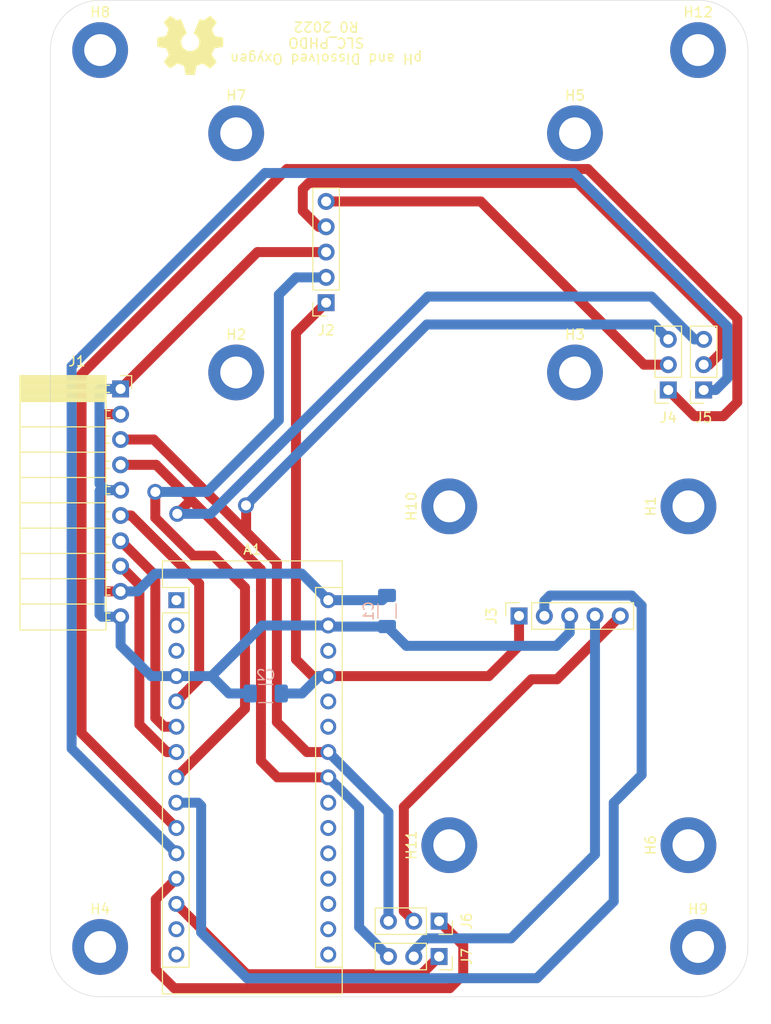
<source format=kicad_pcb>
(kicad_pcb (version 20211014) (generator pcbnew)
  (layers (0 "F.Cu" signal) (31 "B.Cu" signal) (34 "B.Paste" user) (35 "F.Paste" user) (36 "B.SilkS" user "B.Silkscreen") (37 "F.SilkS" user "F.Silkscreen") (38 "B.Mask" user) (39 "F.Mask" user) (44 "Edge.Cuts" user))
  (net 0 "")
  (net 4 "GND")
  (net 5 "/E_STOP")
  (net 6 "/INT")
  (net 7 "/SYNC")
  (net 8 "/RX1")
  (net 9 "/TX1")
  (net 10 "/RX2")
  (net 11 "/TX2")
  (net 21 "/I2C_DAT")
  (net 22 "/I2C_CLK")
  (net 25 "+5V")
  (net 27 "+12V")
  (net 28 "/OFFO2")
  (net 29 "/OFFpH")
  (net 30 "/TX1{slash}SDA")
  (net 31 "/RX1{slash}SCL")
  (net 32 "/TX2{slash}SDA")
  (net 33 "/RX2{slash}SCL")
  (footprint "Connector_PinSocket_2.54mm:PinSocket_1x03_P2.54mm_Vertical" (layer "F.Cu") (at 134.475 136.425 -90)
    (fp_text reference "J7" (at 0 -2.77 90) (layer "F.SilkS"))
    (fp_text value "Conn_01x03_Male")
    (fp_line (start 0 -1.33) (end 1.33 -1.33) (layer "F.SilkS") (width 0.12))
    (fp_line (start -1.33 1.27) (end 1.33 1.27) (layer "F.SilkS") (width 0.12))
    (fp_line (start -1.33 6.41) (end 1.33 6.41) (layer "F.SilkS") (width 0.12))
    (fp_line (start 1.33 -1.33) (end 1.33 0) (layer "F.SilkS") (width 0.12))
    (fp_line (start 1.33 1.27) (end 1.33 6.41) (layer "F.SilkS") (width 0.12))
    (fp_line (start -1.33 1.27) (end -1.33 6.41) (layer "F.SilkS") (width 0.12))
    (pad "1" thru_hole rect (at 0 0 270) (size 1.7 1.7) (drill 1) (layers *.Cu *.Mask) (net 11 "/TX2"))
    (pad "2" thru_hole oval (at 0 2.54 270) (size 1.7 1.7) (drill 1) (layers *.Cu *.Mask) (net 32 "/TX2{slash}SDA"))
    (pad "3" thru_hole oval (at 0 5.08 270) (size 1.7 1.7) (drill 1) (layers *.Cu *.Mask) (net 21 "/I2C_DAT"))
  )
  (footprint "Connector_PinSocket_2.54mm:PinSocket_1x05_P2.54mm_Vertical" (layer "F.Cu") (at 142.5 102.25 90)
    (fp_text reference "J3" (at 0 -2.77 90) (layer "F.SilkS"))
    (fp_text value "Conn_01x05_Female")
    (fp_line (start -1.33 1.27) (end -1.33 11.49) (layer "F.SilkS") (width 0.12))
    (fp_line (start 1.33 1.27) (end 1.33 11.49) (layer "F.SilkS") (width 0.12))
    (fp_line (start 1.33 -1.33) (end 1.33 0) (layer "F.SilkS") (width 0.12))
    (fp_line (start 0 -1.33) (end 1.33 -1.33) (layer "F.SilkS") (width 0.12))
    (fp_line (start -1.33 1.27) (end 1.33 1.27) (layer "F.SilkS") (width 0.12))
    (fp_line (start -1.33 11.49) (end 1.33 11.49) (layer "F.SilkS") (width 0.12))
    (pad "1" thru_hole rect (at 0 0 90) (size 1.7 1.7) (drill 1) (layers *.Cu *.Mask) (net 25 "+5V"))
    (pad "2" thru_hole oval (at 0 2.54 90) (size 1.7 1.7) (drill 1) (layers *.Cu *.Mask) (net 29 "/OFFpH"))
    (pad "3" thru_hole oval (at 0 5.08 90) (size 1.7 1.7) (drill 1) (layers *.Cu *.Mask) (net 4 "GND"))
    (pad "4" thru_hole oval (at 0 7.62 90) (size 1.7 1.7) (drill 1) (layers *.Cu *.Mask) (net 32 "/TX2{slash}SDA"))
    (pad "5" thru_hole oval (at 0 10.16 90) (size 1.7 1.7) (drill 1) (layers *.Cu *.Mask) (net 33 "/RX2{slash}SCL"))
  )
  (footprint "Connector_PinSocket_2.54mm:PinSocket_1x03_P2.54mm_Vertical" (layer "F.Cu") (at 134.475 132.875 -90)
    (fp_text reference "J6" (at 0 -2.77 90) (layer "F.SilkS"))
    (fp_text value "Conn_01x03_Male")
    (fp_line (start 1.33 -1.33) (end 1.33 0) (layer "F.SilkS") (width 0.12))
    (fp_line (start -1.33 1.27) (end -1.33 6.41) (layer "F.SilkS") (width 0.12))
    (fp_line (start -1.33 1.27) (end 1.33 1.27) (layer "F.SilkS") (width 0.12))
    (fp_line (start -1.33 6.41) (end 1.33 6.41) (layer "F.SilkS") (width 0.12))
    (fp_line (start 1.33 1.27) (end 1.33 6.41) (layer "F.SilkS") (width 0.12))
    (fp_line (start 0 -1.33) (end 1.33 -1.33) (layer "F.SilkS") (width 0.12))
    (pad "1" thru_hole rect (at 0 0 270) (size 1.7 1.7) (drill 1) (layers *.Cu *.Mask) (net 10 "/RX2"))
    (pad "2" thru_hole oval (at 0 2.54 270) (size 1.7 1.7) (drill 1) (layers *.Cu *.Mask) (net 33 "/RX2{slash}SCL"))
    (pad "3" thru_hole oval (at 0 5.08 270) (size 1.7 1.7) (drill 1) (layers *.Cu *.Mask) (net 22 "/I2C_CLK"))
  )
  (footprint "Connector_PinSocket_2.54mm:PinSocket_1x10_P2.54mm_Horizontal" (layer "F.Cu") (at 102.514466 79.464466)
    (fp_text reference "J1" (at -4.38 -2.77) (layer "F.SilkS"))
    (fp_text value "Conn_01x10_Female")
    (fp_line (start -10.09 3.81) (end -1.46 3.81) (layer "F.SilkS") (width 0.12))
    (fp_line (start -1.46 7.98) (end -1.05 7.98) (layer "F.SilkS") (width 0.12))
    (fp_line (start -10.09 -0.855715) (end -1.46 -0.855715) (layer "F.SilkS") (width 0.12))
    (fp_line (start -1.46 -0.36) (end -1.11 -0.36) (layer "F.SilkS") (width 0.12))
    (fp_line (start -10.09 -1.33) (end -10.09 24.19) (layer "F.SilkS") (width 0.12))
    (fp_line (start -10.09 1.033805) (end -1.46 1.033805) (layer "F.SilkS") (width 0.12))
    (fp_line (start -1.46 22.5) (end -1.05 22.5) (layer "F.SilkS") (width 0.12))
    (fp_line (start -1.46 12.34) (end -1.05 12.34) (layer "F.SilkS") (width 0.12))
    (fp_line (start -1.46 0.36) (end -1.11 0.36) (layer "F.SilkS") (width 0.12))
    (fp_line (start -10.09 0.561425) (end -1.46 0.561425) (layer "F.SilkS") (width 0.12))
    (fp_line (start -1.46 23.22) (end -1.05 23.22) (layer "F.SilkS") (width 0.12))
    (fp_line (start -10.09 0.44333) (end -1.46 0.44333) (layer "F.SilkS") (width 0.12))
    (fp_line (start -10.09 6.35) (end -1.46 6.35) (layer "F.SilkS") (width 0.12))
    (fp_line (start -1.46 -1.33) (end -1.46 24.19) (layer "F.SilkS") (width 0.12))
    (fp_line (start -10.09 16.51) (end -1.46 16.51) (layer "F.SilkS") (width 0.12))
    (fp_line (start -10.09 -0.73762) (end -1.46 -0.73762) (layer "F.SilkS") (width 0.12))
    (fp_line (start -1.46 17.42) (end -1.05 17.42) (layer "F.SilkS") (width 0.12))
    (fp_line (start -1.46 5.44) (end -1.05 5.44) (layer "F.SilkS") (width 0.12))
    (fp_line (start -10.09 -0.147145) (end -1.46 -0.147145) (layer "F.SilkS") (width 0.12))
    (fp_line (start 0 -1.33) (end 1.11 -1.33) (layer "F.SilkS") (width 0.12))
    (fp_line (start -10.09 0.797615) (end -1.46 0.797615) (layer "F.SilkS") (width 0.12))
    (fp_line (start -10.09 0.67952) (end -1.46 0.67952) (layer "F.SilkS") (width 0.12))
    (fp_line (start -1.46 13.06) (end -1.05 13.06) (layer "F.SilkS") (width 0.12))
    (fp_line (start -1.46 2.9) (end -1.05 2.9) (layer "F.SilkS") (width 0.12))
    (fp_line (start -10.09 11.43) (end -1.46 11.43) (layer "F.SilkS") (width 0.12))
    (fp_line (start -10.09 0.325235) (end -1.46 0.325235) (layer "F.SilkS") (width 0.12))
    (fp_line (start -1.46 2.18) (end -1.05 2.18) (layer "F.SilkS") (width 0.12))
    (fp_line (start -1.46 15.6) (end -1.05 15.6) (layer "F.SilkS") (width 0.12))
    (fp_line (start -10.09 8.89) (end -1.46 8.89) (layer "F.SilkS") (width 0.12))
    (fp_line (start -10.09 0.089045) (end -1.46 0.089045) (layer "F.SilkS") (width 0.12))
    (fp_line (start -10.09 21.59) (end -1.46 21.59) (layer "F.SilkS") (width 0.12))
    (fp_line (start -10.09 -0.50143) (end -1.46 -0.50143) (layer "F.SilkS") (width 0.12))
    (fp_line (start -1.46 14.88) (end -1.05 14.88) (layer "F.SilkS") (width 0.12))
    (fp_line (start -1.46 20.68) (end -1.05 20.68) (layer "F.SilkS") (width 0.12))
    (fp_line (start -10.09 1.27) (end -1.46 1.27) (layer "F.SilkS") (width 0.12))
    (fp_line (start -10.09 -1.21) (end -1.46 -1.21) (layer "F.SilkS") (width 0.12))
    (fp_line (start -10.09 -1.091905) (end -1.46 -1.091905) (layer "F.SilkS") (width 0.12))
    (fp_line (start -10.09 1.1519) (end -1.46 1.1519) (layer "F.SilkS") (width 0.12))
    (fp_line (start -1.46 19.96) (end -1.05 19.96) (layer "F.SilkS") (width 0.12))
    (fp_line (start -10.09 0.91571) (end -1.46 0.91571) (layer "F.SilkS") (width 0.12))
    (fp_line (start -10.09 -0.619525) (end -1.46 -0.619525) (layer "F.SilkS") (width 0.12))
    (fp_line (start -1.46 9.8) (end -1.05 9.8) (layer "F.SilkS") (width 0.12))
    (fp_line (start -10.09 -0.26524) (end -1.46 -0.26524) (layer "F.SilkS") (width 0.12))
    (fp_line (start -1.46 4.72) (end -1.05 4.72) (layer "F.SilkS") (width 0.12))
    (fp_line (start -1.46 18.14) (end -1.05 18.14) (layer "F.SilkS") (width 0.12))
    (fp_line (start -10.09 0.20714) (end -1.46 0.20714) (layer "F.SilkS") (width 0.12))
    (fp_line (start -10.09 19.05) (end -1.46 19.05) (layer "F.SilkS") (width 0.12))
    (fp_line (start -10.09 -1.33) (end -1.46 -1.33) (layer "F.SilkS") (width 0.12))
    (fp_line (start -10.09 13.97) (end -1.46 13.97) (layer "F.SilkS") (width 0.12))
    (fp_line (start -10.09 -0.97381) (end -1.46 -0.97381) (layer "F.SilkS") (width 0.12))
    (fp_line (start -1.46 7.26) (end -1.05 7.26) (layer "F.SilkS") (width 0.12))
    (fp_line (start -10.09 -0.383335) (end -1.46 -0.383335) (layer "F.SilkS") (width 0.12))
    (fp_line (start 1.11 -1.33) (end 1.11 0) (layer "F.SilkS") (width 0.12))
    (fp_line (start -1.46 10.52) (end -1.05 10.52) (layer "F.SilkS") (width 0.12))
    (fp_line (start -10.09 -0.02905) (end -1.46 -0.02905) (layer "F.SilkS") (width 0.12))
    (fp_line (start -10.09 24.19) (end -1.46 24.19) (layer "F.SilkS") (width 0.12))
    (pad "1" thru_hole rect (at 0 0) (size 1.7 1.7) (drill 1) (layers *.Cu *.Mask) (net 4 "GND"))
    (pad "2" thru_hole oval (at 0 2.54) (size 1.7 1.7) (drill 1) (layers *.Cu *.Mask) (net 27 "+12V"))
    (pad "3" thru_hole oval (at 0 5.08) (size 1.7 1.7) (drill 1) (layers *.Cu *.Mask) (net 22 "/I2C_CLK"))
    (pad "4" thru_hole oval (at 0 7.62) (size 1.7 1.7) (drill 1) (layers *.Cu *.Mask) (net 21 "/I2C_DAT"))
    (pad "5" thru_hole oval (at 0 10.16) (size 1.7 1.7) (drill 1) (layers *.Cu *.Mask) (net 4 "GND"))
    (pad "6" thru_hole oval (at 0 12.7) (size 1.7 1.7) (drill 1) (layers *.Cu *.Mask) (net 5 "/E_STOP"))
    (pad "7" thru_hole oval (at 0 15.24) (size 1.7 1.7) (drill 1) (layers *.Cu *.Mask) (net 6 "/INT"))
    (pad "8" thru_hole oval (at 0 17.78) (size 1.7 1.7) (drill 1) (layers *.Cu *.Mask) (net 7 "/SYNC"))
    (pad "9" thru_hole oval (at 0 20.32) (size 1.7 1.7) (drill 1) (layers *.Cu *.Mask) (net 27 "+12V"))
    (pad "10" thru_hole oval (at 0 22.86) (size 1.7 1.7) (drill 1) (layers *.Cu *.Mask) (net 4 "GND"))
  )
  (footprint "Connector_PinSocket_2.54mm:PinSocket_1x05_P2.54mm_Vertical" (layer "F.Cu") (at 123.139466 70.814466 180)
    (fp_text reference "J2" (at 0 -2.77) (layer "F.SilkS"))
    (fp_text value "Conn_01x05_Female")
    (fp_line (start -1.33 11.49) (end 1.33 11.49) (layer "F.SilkS") (width 0.12))
    (fp_line (start 1.33 -1.33) (end 1.33 0) (layer "F.SilkS") (width 0.12))
    (fp_line (start -1.33 1.27) (end -1.33 11.49) (layer "F.SilkS") (width 0.12))
    (fp_line (start 0 -1.33) (end 1.33 -1.33) (layer "F.SilkS") (width 0.12))
    (fp_line (start -1.33 1.27) (end 1.33 1.27) (layer "F.SilkS") (width 0.12))
    (fp_line (start 1.33 1.27) (end 1.33 11.49) (layer "F.SilkS") (width 0.12))
    (pad "1" thru_hole rect (at 0 0 180) (size 1.7 1.7) (drill 1) (layers *.Cu *.Mask) (net 25 "+5V"))
    (pad "2" thru_hole oval (at 0 2.54 180) (size 1.7 1.7) (drill 1) (layers *.Cu *.Mask) (net 28 "/OFFO2"))
    (pad "3" thru_hole oval (at 0 5.08 180) (size 1.7 1.7) (drill 1) (layers *.Cu *.Mask) (net 4 "GND"))
    (pad "4" thru_hole oval (at 0 7.62 180) (size 1.7 1.7) (drill 1) (layers *.Cu *.Mask) (net 30 "/TX1{slash}SDA"))
    (pad "5" thru_hole oval (at 0 10.16 180) (size 1.7 1.7) (drill 1) (layers *.Cu *.Mask) (net 31 "/RX1{slash}SCL"))
  )
  (footprint "MountingHole:MountingHole_3.2mm_M3_DIN965_Pad" (layer "F.Cu") (at 160.464466 45.464466)
    (fp_text reference "H12" (at 0 -3.8) (layer "F.SilkS"))
    (fp_text value "MountingHole")
    (pad "1" thru_hole circle (at 0 0) (size 5.6 5.6) (drill 3.2) (layers *.Cu *.Mask))
  )
  (footprint "Connector_PinSocket_2.54mm:PinSocket_1x03_P2.54mm_Vertical" (layer "F.Cu") (at 161.025 79.575 180)
    (fp_text reference "J5" (at 0 -2.77) (layer "F.SilkS"))
    (fp_text value "Conn_01x03_Male")
    (fp_line (start 1.33 1.27) (end 1.33 6.41) (layer "F.SilkS") (width 0.12))
    (fp_line (start -1.33 6.41) (end 1.33 6.41) (layer "F.SilkS") (width 0.12))
    (fp_line (start 1.33 -1.33) (end 1.33 0) (layer "F.SilkS") (width 0.12))
    (fp_line (start -1.33 1.27) (end 1.33 1.27) (layer "F.SilkS") (width 0.12))
    (fp_line (start -1.33 1.27) (end -1.33 6.41) (layer "F.SilkS") (width 0.12))
    (fp_line (start 0 -1.33) (end 1.33 -1.33) (layer "F.SilkS") (width 0.12))
    (pad "1" thru_hole rect (at 0 0 180) (size 1.7 1.7) (drill 1) (layers *.Cu *.Mask) (net 9 "/TX1"))
    (pad "2" thru_hole oval (at 0 2.54 180) (size 1.7 1.7) (drill 1) (layers *.Cu *.Mask) (net 30 "/TX1{slash}SDA"))
    (pad "3" thru_hole oval (at 0 5.08 180) (size 1.7 1.7) (drill 1) (layers *.Cu *.Mask) (net 21 "/I2C_DAT"))
  )
  (footprint "Symbol:OSHW-Symbol_6.7x6mm_SilkScreen" (layer "F.Cu") (at 109.515 44.979 180)
    (fp_text reference "Logo1" hide)
    (fp_text value "Logo_Open_Hardware_Small" hide)
    (fp_poly (pts (xy 0.555814 -2.531069) (xy 0.639635 -2.086445) (xy 0.94892 -1.958947) (xy 1.258206 -1.831449) (xy 1.629246 -2.083754) (xy 1.733157 -2.154004) (xy 1.827087 -2.216728) (xy 1.906652 -2.269062) (xy 1.96747 -2.308143) (xy 2.005157 -2.331107) (xy 2.015421 -2.336058) (xy 2.03391 -2.323324) (xy 2.07342 -2.288118) (xy 2.129522 -2.234938) (xy 2.197787 -2.168282) (xy 2.273786 -2.092646) (xy 2.353092 -2.012528) (xy 2.431275 -1.932426) (xy 2.503907 -1.856836) (xy 2.566559 -1.790255) (xy 2.614803 -1.737182) (xy 2.64421 -1.702113) (xy 2.651241 -1.690377) (xy 2.641123 -1.66874) (xy 2.612759 -1.621338) (xy 2.569129 -1.552807) (xy 2.513218 -1.467785) (xy 2.448006 -1.370907) (xy 2.410219 -1.31565) (xy 2.341343 -1.214752) (xy 2.28014 -1.123701) (xy 2.229578 -1.04703) (xy 2.192628 -0.989272) (xy 2.172258 -0.954957) (xy 2.169197 -0.947746) (xy 2.176136 -0.927252) (xy 2.195051 -0.879487) (xy 2.223087 -0.811168) (xy 2.257391 -0.729011) (xy 2.295109 -0.63973) (xy 2.333387 -0.550042) (xy 2.36937 -0.466662) (xy 2.400206 -0.396306) (xy 2.423039 -0.34569) (xy 2.435017 -0.321529) (xy 2.435724 -0.320578) (xy 2.454531 -0.315964) (xy 2.504618 -0.305672) (xy 2.580793 -0.290713) (xy 2.677865 -0.272099) (xy 2.790643 -0.250841) (xy 2.856442 -0.238582) (xy 2.97695 -0.215638) (xy 3.085797 -0.193805) (xy 3.177476 -0.174278) (xy 3.246481 -0.158252) (xy 3.287304 -0.146921) (xy 3.295511 -0.143326) (xy 3.303548 -0.118994) (xy 3.310033 -0.064041) (xy 3.31497 0.015108) (xy 3.318364 0.112026) (xy 3.320218 0.220287) (xy 3.320538 0.333465) (xy 3.319327 0.445135) (xy 3.31659 0.548868) (xy 3.312331 0.638241) (xy 3.306555 0.706826) (xy 3.299267 0.748197) (xy 3.294895 0.75681) (xy 3.268764 0.767133) (xy 3.213393 0.781892) (xy 3.136107 0.799352) (xy 3.04423 0.81778) (xy 3.012158 0.823741) (xy 2.857524 0.852066) (xy 2.735375 0.874876) (xy 2.641673 0.89308) (xy 2.572384 0.907583) (xy 2.523471 0.919292) (xy 2.490897 0.929115) (xy 2.470628 0.937956) (xy 2.458626 0.946724) (xy 2.456947 0.948457) (xy 2.440184 0.976371) (xy 2.414614 1.030695) (xy 2.382788 1.104777) (xy 2.34726 1.191965) (xy 2.310583 1.285608) (xy 2.275311 1.379052) (xy 2.243996 1.465647) (xy 2.219193 1.53874) (xy 2.203454 1.591678) (xy 2.199332 1.617811) (xy 2.199676 1.618726) (xy 2.213641 1.640086) (xy 2.245322 1.687084) (xy 2.291391 1.754827) (xy 2.348518 1.838423) (xy 2.413373 1.932982) (xy 2.431843 1.959854) (xy 2.497699 2.057275) (xy 2.55565 2.146163) (xy 2.602538 2.221412) (xy 2.635207 2.27792) (xy 2.6505 2.310581) (xy 2.651241 2.314593) (xy 2.638392 2.335684) (xy 2.602888 2.377464) (xy 2.549293 2.435445) (xy 2.482171 2.505135) (xy 2.406087 2.582045) (xy 2.325604 2.661683) (xy 2.245287 2.739561) (xy 2.169699 2.811186) (xy 2.103405 2.87207) (xy 2.050969 2.917721) (xy 2.016955 2.94365) (xy 2.007545 2.947883) (xy 1.985643 2.937912) (xy 1.9408 2.91102) (xy 1.880321 2.871736) (xy 1.833789 2.840117) (xy 1.749475 2.782098) (xy 1.649626 2.713784) (xy 1.549473 2.645579) (xy 1.495627 2.609075) (xy 1.313371 2.4858) (xy 1.160381 2.56852) (xy 1.090682 2.604759) (xy 1.031414 2.632926) (xy 0.991311 2.648991) (xy 0.981103 2.651226) (xy 0.968829 2.634722) (xy 0.944613 2.588082) (xy 0.910263 2.515609) (xy 0.867588 2.421606) (xy 0.818394 2.310374) (xy 0.76449 2.186215) (xy 0.707684 2.053432) (xy 0.649782 1.916327) (xy 0.592593 1.779202) (xy 0.537924 1.646358) (xy 0.487584 1.522098) (xy 0.44338 1.410725) (xy 0.407119 1.316539) (xy 0.380609 1.243844) (xy 0.365658 1.196941) (xy 0.363254 1.180833) (xy 0.382311 1.160286) (xy 0.424036 1.126933) (xy 0.479706 1.087702) (xy 0.484378 1.084599) (xy 0.628264 0.969423) (xy 0.744283 0.835053) (xy 0.83143 0.685784) (xy 0.888699 0.525913) (xy 0.915086 0.359737) (xy 0.909585 0.191552) (xy 0.87119 0.025655) (xy 0.798895 -0.133658) (xy 0.777626 -0.168513) (xy 0.666996 -0.309263) (xy 0.536302 -0.422286) (xy 0.390064 -0.506997) (xy 0.232808 -0.562806) (xy 0.069057 -0.589126) (xy -0.096667 -0.58537) (xy -0.259838 -0.55095) (xy -0.415935 -0.485277) (xy -0.560433 -0.387765) (xy -0.605131 -0.348187) (xy -0.718888 -0.224297) (xy -0.801782 -0.093876) (xy -0.858644 0.052315) (xy -0.890313 0.197088) (xy -0.898131 0.35986) (xy -0.872062 0.52344) (xy -0.814755 0.682298) (xy -0.728856 0.830906) (xy -0.617014 0.963735) (xy -0.481877 1.075256) (xy -0.464117 1.087011) (xy -0.40785 1.125508) (xy -0.365077 1.158863) (xy -0.344628 1.18016) (xy -0.344331 1.180833) (xy -0.348721 1.203871) (xy -0.366124 1.256157) (xy -0.394732 1.33339) (xy -0.432735 1.431268) (xy -0.478326 1.545491) (xy -0.529697 1.671758) (xy -0.585038 1.805767) (xy -0.642542 1.943218) (xy -0.700399 2.079808) (xy -0.756802 2.211237) (xy -0.809942 2.333205) (xy -0.85801 2.441409) (xy -0.899199 2.531549) (xy -0.931699 2.599323) (xy -0.953703 2.64043) (xy -0.962564 2.651226) (xy -0.98964 2.642819) (xy -1.040303 2.620272) (xy -1.105817 2.587613) (xy -1.141841 2.56852) (xy -1.294832 2.4858) (xy -1.477088 2.609075) (xy -1.570125 2.672228) (xy -1.671985 2.741727) (xy -1.767438 2.807165) (xy -1.81525 2.840117) (xy -1.882495 2.885273) (xy -1.939436 2.921057) (xy -1.978646 2.942938) (xy -1.991381 2.947563) (xy -2.009917 2.935085) (xy -2.050941 2.900252) (xy -2.110475 2.846678) (xy -2.184542 2.777983) (xy -2.269165 2.697781) (xy -2.322685 2.646286) (xy -2.416319 2.554286) (xy -2.497241 2.471999) (xy -2.562177 2.402945) (xy -2.607858 2.350644) (xy -2.631011 2.318616) (xy -2.633232 2.312116) (xy -2.622924 2.287394) (xy -2.594439 2.237405) (xy -2.550937 2.167212) (xy -2.495577 2.081875) (xy -2.43152 1.986456) (xy -2.413303 1.959854) (xy -2.346927 1.863167) (xy -2.287378 1.776117) (xy -2.237984 1.703595) (xy -2.202075 1.650493) (xy -2.182981 1.621703) (xy -2.181136 1.618726) (xy -2.183895 1.595782) (xy -2.198538 1.545336) (xy -2.222513 1.474041) (xy -2.253266 1.388547) (xy -2.288244 1.295507) (xy -2.324893 1.201574) (xy -2.360661 1.113399) (xy -2.392994 1.037634) (xy -2.419338 0.980931) (xy -2.437142 0.949943) (xy -2.438407 0.948457) (xy -2.449294 0.939601) (xy -2.467682 0.930843) (xy -2.497606 0.921277) (xy -2.543103 0.909996) (xy -2.608209 0.896093) (xy -2.696961 0.878663) (xy -2.813393 0.856798) (xy -2.961542 0.829591) (xy -2.993618 0.823741) (xy -3.088686 0.805374) (xy -3.171565 0.787405) (xy -3.23493 0.771569) (xy -3.271458 0.7596) (xy -3.276356 0.75681) (xy -3.284427 0.732072) (xy -3.290987 0.67679) (xy -3.296033 0.597389) (xy -3.299559 0.500296) (xy -3.301561 0.391938) (xy -3.302036 0.27874) (xy -3.300977 0.167128) (xy -3.298382 0.063529) (xy -3.294246 -0.025632) (xy -3.288563 -0.093928) (xy -3.281331 -0.134934) (xy -3.276971 -0.143326) (xy -3.252698 -0.151792) (xy -3.197426 -0.165565) (xy -3.116662 -0.18345) (xy -3.015912 -0.204252) (xy -2.900683 -0.226777) (xy -2.837902 -0.238582) (xy -2.718787 -0.260849) (xy -2.612565 -0.281021) (xy -2.524427 -0.298085) (xy -2.459566 -0.311031) (xy -2.423174 -0.318845) (xy -2.417184 -0.320578) (xy -2.407061 -0.34011) (xy -2.385662 -0.387157) (xy -2.355839 -0.454997) (xy -2.320445 -0.536909) (xy -2.282332 -0.626172) (xy -2.244353 -0.716065) (xy -2.20936 -0.799865) (xy -2.180206 -0.870853) (xy -2.159743 -0.922306) (xy -2.150823 -0.947503) (xy -2.150657 -0.948604) (xy -2.160769 -0.968481) (xy -2.189117 -1.014223) (xy -2.232723 -1.081283) (xy -2.288606 -1.165116) (xy -2.353787 -1.261174) (xy -2.391679 -1.31635) (xy -2.460725 -1.417519) (xy -2.52205 -1.50937) (xy -2.572663 -1.587256) (xy -2.609571 -1.646531) (xy -2.629782 -1.682549) (xy -2.632701 -1.690623) (xy -2.620153 -1.709416) (xy -2.585463 -1.749543) (xy -2.533063 -1.806507) (xy -2.467384 -1.875815) (xy -2.392856 -1.952969) (xy -2.313913 -2.033475) (xy -2.234983 -2.112837) (xy -2.1605 -2.18656) (xy -2.094894 -2.250148) (xy -2.042596 -2.299106) (xy -2.008039 -2.328939) (xy -1.996478 -2.336058) (xy -1.977654 -2.326047) (xy -1.932631 -2.297922) (xy -1.865787 -2.254546) (xy -1.781499 -2.198782) (xy -1.684144 -2.133494) (xy -1.610707 -2.083754) (xy -1.239667 -1.831449) (xy -0.621095 -2.086445) (xy -0.537275 -2.531069) (xy -0.453454 -2.975693) (xy 0.471994 -2.975693) (xy 0.555814 -2.531069)) (layer "F.SilkS") (width 0.01) (fill solid))
  )
  (footprint "MountingHole:MountingHole_3.2mm_M3_DIN965_Pad" (layer "F.Cu") (at 100.464466 45.464466)
    (fp_text reference "H8" (at 0 -3.8) (layer "F.SilkS"))
    (fp_text value "MountingHole")
    (pad "1" thru_hole circle (at 0 0) (size 5.6 5.6) (drill 3.2) (layers *.Cu *.Mask))
  )
  (footprint "MountingHole:MountingHole_3.2mm_M3_DIN965_Pad" (layer "F.Cu") (at 160.464466 135.464466)
    (fp_text reference "H9" (at 0 -3.8) (layer "F.SilkS"))
    (fp_text value "MountingHole")
    (pad "1" thru_hole circle (at 0 0) (size 5.6 5.6) (drill 3.2) (layers *.Cu *.Mask))
  )
  (footprint "MountingHole:MountingHole_3.2mm_M3_DIN965_Pad" (layer "F.Cu") (at 135.5 125.25 90)
    (fp_text reference "H11" (at 0 -3.8 90) (layer "F.SilkS"))
    (fp_text value "MountingHole")
    (pad "1" thru_hole circle (at 0 0 90) (size 5.6 5.6) (drill 3.2) (layers *.Cu *.Mask))
  )
  (footprint "MountingHole:MountingHole_3.2mm_M3_DIN965_Pad" (layer "F.Cu") (at 100.464466 135.464466)
    (fp_text reference "H4" (at 0 -3.8) (layer "F.SilkS"))
    (fp_text value "MountingHole")
    (pad "1" thru_hole circle (at 0 0) (size 5.6 5.6) (drill 3.2) (layers *.Cu *.Mask))
  )
  (footprint "Connector_PinSocket_2.54mm:PinSocket_1x03_P2.54mm_Vertical" (layer "F.Cu") (at 157.475 79.575 180)
    (fp_text reference "J4" (at 0 -2.77) (layer "F.SilkS"))
    (fp_text value "Conn_01x03_Male")
    (fp_line (start -1.33 6.41) (end 1.33 6.41) (layer "F.SilkS") (width 0.12))
    (fp_line (start 1.33 1.27) (end 1.33 6.41) (layer "F.SilkS") (width 0.12))
    (fp_line (start 0 -1.33) (end 1.33 -1.33) (layer "F.SilkS") (width 0.12))
    (fp_line (start -1.33 1.27) (end 1.33 1.27) (layer "F.SilkS") (width 0.12))
    (fp_line (start 1.33 -1.33) (end 1.33 0) (layer "F.SilkS") (width 0.12))
    (fp_line (start -1.33 1.27) (end -1.33 6.41) (layer "F.SilkS") (width 0.12))
    (pad "1" thru_hole rect (at 0 0 180) (size 1.7 1.7) (drill 1) (layers *.Cu *.Mask) (net 8 "/RX1"))
    (pad "2" thru_hole oval (at 0 2.54 180) (size 1.7 1.7) (drill 1) (layers *.Cu *.Mask) (net 31 "/RX1{slash}SCL"))
    (pad "3" thru_hole oval (at 0 5.08 180) (size 1.7 1.7) (drill 1) (layers *.Cu *.Mask) (net 22 "/I2C_CLK"))
  )
  (footprint "MountingHole:MountingHole_3.2mm_M3_DIN965_Pad" (layer "F.Cu") (at 114.114466 77.814466)
    (fp_text reference "H2" (at 0 -3.8) (layer "F.SilkS"))
    (fp_text value "MountingHole")
    (pad "1" thru_hole circle (at 0 0) (size 5.6 5.6) (drill 3.2) (layers *.Cu *.Mask))
  )
  (footprint "MountingHole:MountingHole_3.2mm_M3_DIN965_Pad" (layer "F.Cu") (at 148.114466 53.814466)
    (fp_text reference "H5" (at 0 -3.8) (layer "F.SilkS"))
    (fp_text value "MountingHole")
    (pad "1" thru_hole circle (at 0 0) (size 5.6 5.6) (drill 3.2) (layers *.Cu *.Mask))
  )
  (footprint "Module:Arduino_Nano" (layer "F.Cu") (at 108.114466 100.664466)
    (fp_text reference "A1" (at 7.62 -5.08) (layer "F.SilkS"))
    (fp_text value "Arduino_Nano_v3.x")
    (fp_line (start 13.97 -1.27) (end 16.64 -1.27) (layer "F.SilkS") (width 0.12))
    (fp_line (start -1.4 39.5) (end 16.64 39.5) (layer "F.SilkS") (width 0.12))
    (fp_line (start 1.27 1.27) (end 1.27 -1.27) (layer "F.SilkS") (width 0.12))
    (fp_line (start 16.64 39.5) (end 16.64 -3.94) (layer "F.SilkS") (width 0.12))
    (fp_line (start 1.27 1.27) (end -1.4 1.27) (layer "F.SilkS") (width 0.12))
    (fp_line (start 13.97 36.83) (end 16.64 36.83) (layer "F.SilkS") (width 0.12))
    (fp_line (start 1.27 1.27) (end 1.27 36.83) (layer "F.SilkS") (width 0.12))
    (fp_line (start 1.27 36.83) (end -1.4 36.83) (layer "F.SilkS") (width 0.12))
    (fp_line (start 16.64 -3.94) (end -1.4 -3.94) (layer "F.SilkS") (width 0.12))
    (fp_line (start -1.4 -3.94) (end -1.4 -1.27) (layer "F.SilkS") (width 0.12))
    (fp_line (start 1.27 -1.27) (end -1.4 -1.27) (layer "F.SilkS") (width 0.12))
    (fp_line (start 13.97 -1.27) (end 13.97 36.83) (layer "F.SilkS") (width 0.12))
    (fp_line (start -1.4 1.27) (end -1.4 39.5) (layer "F.SilkS") (width 0.12))
    (pad "1" thru_hole rect (at 0 0) (size 1.6 1.6) (drill 1) (layers *.Cu *.Mask))
    (pad "2" thru_hole oval (at 0 2.54) (size 1.6 1.6) (drill 1) (layers *.Cu *.Mask))
    (pad "3" thru_hole oval (at 0 5.08) (size 1.6 1.6) (drill 1) (layers *.Cu *.Mask))
    (pad "4" thru_hole oval (at 0 7.62) (size 1.6 1.6) (drill 1) (layers *.Cu *.Mask) (net 4 "GND"))
    (pad "5" thru_hole oval (at 0 10.16) (size 1.6 1.6) (drill 1) (layers *.Cu *.Mask) (net 5 "/E_STOP"))
    (pad "6" thru_hole oval (at 0 12.7) (size 1.6 1.6) (drill 1) (layers *.Cu *.Mask) (net 6 "/INT"))
    (pad "7" thru_hole oval (at 0 15.24) (size 1.6 1.6) (drill 1) (layers *.Cu *.Mask) (net 7 "/SYNC"))
    (pad "8" thru_hole oval (at 0 17.78) (size 1.6 1.6) (drill 1) (layers *.Cu *.Mask) (net 28 "/OFFO2"))
    (pad "9" thru_hole oval (at 0 20.32) (size 1.6 1.6) (drill 1) (layers *.Cu *.Mask) (net 29 "/OFFpH"))
    (pad "10" thru_hole oval (at 0 22.86) (size 1.6 1.6) (drill 1) (layers *.Cu *.Mask) (net 8 "/RX1"))
    (pad "11" thru_hole oval (at 0 25.4) (size 1.6 1.6) (drill 1) (layers *.Cu *.Mask) (net 9 "/TX1"))
    (pad "12" thru_hole oval (at 0 27.94) (size 1.6 1.6) (drill 1) (layers *.Cu *.Mask) (net 10 "/RX2"))
    (pad "13" thru_hole oval (at 0 30.48) (size 1.6 1.6) (drill 1) (layers *.Cu *.Mask) (net 11 "/TX2"))
    (pad "14" thru_hole oval (at 0 33.02) (size 1.6 1.6) (drill 1) (layers *.Cu *.Mask))
    (pad "15" thru_hole oval (at 0 35.56) (size 1.6 1.6) (drill 1) (layers *.Cu *.Mask))
    (pad "16" thru_hole oval (at 15.24 35.56) (size 1.6 1.6) (drill 1) (layers *.Cu *.Mask))
    (pad "17" thru_hole oval (at 15.24 33.02) (size 1.6 1.6) (drill 1) (layers *.Cu *.Mask))
    (pad "18" thru_hole oval (at 15.24 30.48) (size 1.6 1.6) (drill 1) (layers *.Cu *.Mask))
    (pad "19" thru_hole oval (at 15.24 27.94) (size 1.6 1.6) (drill 1) (layers *.Cu *.Mask))
    (pad "20" thru_hole oval (at 15.24 25.4) (size 1.6 1.6) (drill 1) (layers *.Cu *.Mask))
    (pad "21" thru_hole oval (at 15.24 22.86) (size 1.6 1.6) (drill 1) (layers *.Cu *.Mask))
    (pad "22" thru_hole oval (at 15.24 20.32) (size 1.6 1.6) (drill 1) (layers *.Cu *.Mask))
    (pad "23" thru_hole oval (at 15.24 17.78) (size 1.6 1.6) (drill 1) (layers *.Cu *.Mask) (net 21 "/I2C_DAT"))
    (pad "24" thru_hole oval (at 15.24 15.24) (size 1.6 1.6) (drill 1) (layers *.Cu *.Mask) (net 22 "/I2C_CLK"))
    (pad "25" thru_hole oval (at 15.24 12.7) (size 1.6 1.6) (drill 1) (layers *.Cu *.Mask))
    (pad "26" thru_hole oval (at 15.24 10.16) (size 1.6 1.6) (drill 1) (layers *.Cu *.Mask))
    (pad "27" thru_hole oval (at 15.24 7.62) (size 1.6 1.6) (drill 1) (layers *.Cu *.Mask) (net 25 "+5V"))
    (pad "28" thru_hole oval (at 15.24 5.08) (size 1.6 1.6) (drill 1) (layers *.Cu *.Mask))
    (pad "29" thru_hole oval (at 15.24 2.54) (size 1.6 1.6) (drill 1) (layers *.Cu *.Mask) (net 4 "GND"))
    (pad "30" thru_hole oval (at 15.24 0) (size 1.6 1.6) (drill 1) (layers *.Cu *.Mask) (net 27 "+12V"))
  )
  (footprint "MountingHole:MountingHole_3.2mm_M3_DIN965_Pad" (layer "F.Cu") (at 159.5 91.25 90)
    (fp_text reference "H1" (at 0 -3.8 90) (layer "F.SilkS"))
    (fp_text value "MountingHole")
    (pad "1" thru_hole circle (at 0 0 90) (size 5.6 5.6) (drill 3.2) (layers *.Cu *.Mask))
  )
  (footprint "MountingHole:MountingHole_3.2mm_M3_DIN965_Pad" (layer "F.Cu") (at 148.114466 77.814466)
    (fp_text reference "H3" (at 0 -3.8) (layer "F.SilkS"))
    (fp_text value "MountingHole")
    (pad "1" thru_hole circle (at 0 0) (size 5.6 5.6) (drill 3.2) (layers *.Cu *.Mask))
  )
  (footprint "MountingHole:MountingHole_3.2mm_M3_DIN965_Pad" (layer "F.Cu") (at 135.5 91.25 90)
    (fp_text reference "H10" (at 0 -3.8 90) (layer "F.SilkS"))
    (fp_text value "MountingHole")
    (pad "1" thru_hole circle (at 0 0 90) (size 5.6 5.6) (drill 3.2) (layers *.Cu *.Mask))
  )
  (footprint "MountingHole:MountingHole_3.2mm_M3_DIN965_Pad" (layer "F.Cu") (at 159.5 125.25 90)
    (fp_text reference "H6" (at 0 -3.8 90) (layer "F.SilkS"))
    (fp_text value "MountingHole")
    (pad "1" thru_hole circle (at 0 0 90) (size 5.6 5.6) (drill 3.2) (layers *.Cu *.Mask))
  )
  (footprint "MountingHole:MountingHole_3.2mm_M3_DIN965_Pad" (layer "F.Cu") (at 114.114466 53.814466)
    (fp_text reference "H7" (at 0 -3.8) (layer "F.SilkS"))
    (fp_text value "MountingHole")
    (pad "1" thru_hole circle (at 0 0) (size 5.6 5.6) (drill 3.2) (layers *.Cu *.Mask))
  )
  (footprint "Extras:C_1206_3216Metric_Pad1.33x1.80mm_HandSolder" (layer "B.Cu") (at 129.25 101.75 -90)
    (fp_text reference "C1" (at 0 1.85 90) (layer "B.SilkS") (effects (justify mirror)))
    (fp_text value "10uF_t")
    (fp_line (start -0.711252 -0.91) (end 0.711252 -0.91) (layer "B.SilkS") (width 0.12))
    (fp_line (start -0.711252 0.91) (end 0.711252 0.91) (layer "B.SilkS") (width 0.12))
    (pad "1" smd roundrect (at -1.5625 0 270) (size 1.325 1.8) (layers "B.Cu" "B.Paste" "B.Mask") (roundrect_rratio 0.1886792453) (net 27 "+12V"))
    (pad "2" smd roundrect (at 1.5625 0 270) (size 1.325 1.8) (layers "B.Cu" "B.Paste" "B.Mask") (roundrect_rratio 0.1886792453) (net 4 "GND"))
  )
  (footprint "Extras:C_1206_3216Metric_Pad1.33x1.80mm_HandSolder" (layer "B.Cu") (at 117.08 110.03 180)
    (fp_text reference "C2" (at 0 1.85) (layer "B.SilkS") (effects (justify mirror)))
    (fp_text value "10uF_t")
    (fp_line (start -0.711252 0.91) (end 0.711252 0.91) (layer "B.SilkS") (width 0.12))
    (fp_line (start -0.711252 -0.91) (end 0.711252 -0.91) (layer "B.SilkS") (width 0.12))
    (pad "1" smd roundrect (at -1.5625 0 180) (size 1.325 1.8) (layers "B.Cu" "B.Paste" "B.Mask") (roundrect_rratio 0.1886792453) (net 25 "+5V"))
    (pad "2" smd roundrect (at 1.5625 0 180) (size 1.325 1.8) (layers "B.Cu" "B.Paste" "B.Mask") (roundrect_rratio 0.1886792453) (net 4 "GND"))
  )
  (gr_arc (start 165.464466 135.464466) (mid 164 139) (end 160.464466 140.464466) (layer "Edge.Cuts") (width 0.05))
  (gr_arc (start 95.464466 45.464466) (mid 96.928932 41.928932) (end 100.464466 40.464466) (layer "Edge.Cuts") (width 0.05))
  (gr_line (start 95.464466 135.464466) (end 95.464466 45.464466) (layer "Edge.Cuts") (width 0.05))
  (gr_line (start 165.464466 45.464466) (end 165.464466 135.464466) (layer "Edge.Cuts") (width 0.05))
  (gr_line (start 100.464466 40.464466) (end 160.464466 40.464466) (layer "Edge.Cuts") (width 0.05))
  (gr_arc (start 160.464466 40.464466) (mid 164 41.928932) (end 165.464466 45.464466) (layer "Edge.Cuts") (width 0.05))
  (gr_line (start 100.464466 140.464466) (end 160.464466 140.464466) (layer "Edge.Cuts") (width 0.05))
  (gr_arc (start 100.464466 140.464466) (mid 96.928932 139) (end 95.464466 135.464466) (layer "Edge.Cuts") (width 0.05))
  (gr_text "pH and Dissolved Oxygen\nSLC_PHDO\nR0 2022" (at 123.15 44.725 180) (layer "F.SilkS") (effects (font (size 1 1))))
  (segment (start 116.244466 65.734466) (end 102.514466 79.464466) (width 1) (layer "F.Cu") (net 4))
  (segment (start 123.139466 65.734466) (end 116.244466 65.734466) (width 1) (layer "F.Cu") (net 4))
  (segment (start 131.1875 105.25) (end 129.25 103.3125) (width 1) (layer "B.Cu") (net 4))
  (segment (start 100.4 89) (end 100.4 79.528932) (width 1) (layer "B.Cu") (net 4))
  (segment (start 100.624466 102.324466) (end 100.4 102.1) (width 1) (layer "B.Cu") (net 4))
  (segment (start 146.25 105.25) (end 131.1875 105.25) (width 1) (layer "B.Cu") (net 4))
  (segment (start 101.024466 89.624466) (end 100.4 89) (width 1) (layer "B.Cu") (net 4))
  (segment (start 129.25 103.3125) (end 123.4625 103.3125) (width 1) (layer "B.Cu") (net 4))
  (segment (start 108.114466 108.284466) (end 105.584466 108.284466) (width 1) (layer "B.Cu") (net 4))
  (segment (start 100.4 102.1) (end 100.4 89.72) (width 1) (layer "B.Cu") (net 4))
  (segment (start 102.514466 102.324466) (end 100.624466 102.324466) (width 1) (layer "B.Cu") (net 4))
  (segment (start 111.644466 108.284466) (end 108.114466 108.284466) (width 1) (layer "B.Cu") (net 4))
  (segment (start 113.39 110.03) (end 111.644466 108.284466) (width 1) (layer "B.Cu") (net 4))
  (segment (start 115.5175 110.03) (end 113.39 110.03) (width 1) (layer "B.Cu") (net 4))
  (segment (start 102.514466 89.624466) (end 101.024466 89.624466) (width 1) (layer "B.Cu") (net 4))
  (segment (start 100.464466 79.464466) (end 102.514466 79.464466) (width 1) (layer "B.Cu") (net 4))
  (segment (start 105.584466 108.284466) (end 102.514466 105.214466) (width 1) (layer "B.Cu") (net 4))
  (segment (start 123.4625 103.3125) (end 123.354466 103.204466) (width 1) (layer "B.Cu") (net 4))
  (segment (start 123.354466 103.204466) (end 116.724466 103.204466) (width 1) (layer "B.Cu") (net 4))
  (segment (start 102.514466 105.214466) (end 102.514466 102.324466) (width 1) (layer "B.Cu") (net 4))
  (segment (start 100.4 89.72) (end 100.495534 89.624466) (width 1) (layer "B.Cu") (net 4))
  (segment (start 116.724466 103.204466) (end 111.644466 108.284466) (width 1) (layer "B.Cu") (net 4))
  (segment (start 100.495534 89.624466) (end 102.514466 89.624466) (width 1) (layer "B.Cu") (net 4))
  (segment (start 147.58 103.92) (end 146.25 105.25) (width 1) (layer "B.Cu") (net 4))
  (segment (start 147.58 102.25) (end 147.58 103.92) (width 1) (layer "B.Cu") (net 4))
  (segment (start 100.4 79.528932) (end 100.464466 79.464466) (width 1) (layer "B.Cu") (net 4))
  (segment (start 110.4 108.538932) (end 108.114466 110.824466) (width 1) (layer "F.Cu") (net 5))
  (segment (start 103.564466 92.164466) (end 110.4 99) (width 1) (layer "F.Cu") (net 5))
  (segment (start 110.4 99) (end 110.4 108.538932) (width 1) (layer "F.Cu") (net 5))
  (segment (start 102.514466 92.164466) (end 103.564466 92.164466) (width 1) (layer "F.Cu") (net 5))
  (segment (start 106 98.19) (end 106 112.475) (width 1) (layer "F.Cu") (net 6))
  (segment (start 106 112.475) (end 106.889466 113.364466) (width 1) (layer "F.Cu") (net 6))
  (segment (start 102.514466 94.704466) (end 106 98.19) (width 1) (layer "F.Cu") (net 6))
  (segment (start 106.889466 113.364466) (end 108.114466 113.364466) (width 1) (layer "F.Cu") (net 6))
  (segment (start 107.159466 115.904466) (end 108.114466 115.904466) (width 1) (layer "F.Cu") (net 7))
  (segment (start 104.4 99.13) (end 104.4 113.145) (width 1) (layer "F.Cu") (net 7))
  (segment (start 102.514466 97.244466) (end 104.4 99.13) (width 1) (layer "F.Cu") (net 7))
  (segment (start 104.4 113.145) (end 107.159466 115.904466) (width 1) (layer "F.Cu") (net 7))
  (segment (start 98.6 114.01) (end 108.114466 123.524466) (width 1) (layer "F.Cu") (net 8))
  (segment (start 164.4 72.4) (end 149.4 57.4) (width 1) (layer "F.Cu") (net 8))
  (segment (start 164.4 80.8) (end 164.4 72.4) (width 1) (layer "F.Cu") (net 8))
  (segment (start 119.2 57.4) (end 98.6 78) (width 1) (layer "F.Cu") (net 8))
  (segment (start 98.6 78) (end 98.6 114.01) (width 1) (layer "F.Cu") (net 8))
  (segment (start 149.4 57.4) (end 119.2 57.4) (width 1) (layer "F.Cu") (net 8))
  (segment (start 160.1 82.2) (end 163 82.2) (width 1) (layer "F.Cu") (net 8))
  (segment (start 163 82.2) (end 164.4 80.8) (width 1) (layer "F.Cu") (net 8))
  (segment (start 157.475 79.575) (end 160.1 82.2) (width 1) (layer "F.Cu") (net 8))
  (segment (start 163.4 73.2) (end 148 57.8) (width 1) (layer "B.Cu") (net 9))
  (segment (start 117 57.8) (end 97.6 77.2) (width 1) (layer "B.Cu") (net 9))
  (segment (start 97.6 77.2) (end 97.6 115.55) (width 1) (layer "B.Cu") (net 9))
  (segment (start 162.225 79.575) (end 163.4 78.4) (width 1) (layer "B.Cu") (net 9))
  (segment (start 148 57.8) (end 117 57.8) (width 1) (layer "B.Cu") (net 9))
  (segment (start 161.025 79.575) (end 162.225 79.575) (width 1) (layer "B.Cu") (net 9))
  (segment (start 97.6 115.55) (end 108.114466 126.064466) (width 1) (layer "B.Cu") (net 9))
  (segment (start 163.4 78.4) (end 163.4 73.2) (width 1) (layer "B.Cu") (net 9))
  (segment (start 107.9 139.6) (end 106.05 137.75) (width 1) (layer "F.Cu") (net 10))
  (segment (start 136.9 138.25) (end 135.55 139.6) (width 1) (layer "F.Cu") (net 10))
  (segment (start 135.55 139.6) (end 107.9 139.6) (width 1) (layer "F.Cu") (net 10))
  (segment (start 106.05 137.75) (end 106.05 130.668932) (width 1) (layer "F.Cu") (net 10))
  (segment (start 106.05 130.668932) (end 108.114466 128.604466) (width 1) (layer "F.Cu") (net 10))
  (segment (start 134.475 132.875) (end 136.9 135.3) (width 1) (layer "F.Cu") (net 10))
  (segment (start 136.9 135.3) (end 136.9 138.25) (width 1) (layer "F.Cu") (net 10))
  (segment (start 134.475 136.425) (end 132.7 138.2) (width 1) (layer "F.Cu") (net 11))
  (segment (start 132.7 138.2) (end 115.17 138.2) (width 1) (layer "F.Cu") (net 11))
  (segment (start 115.17 138.2) (end 108.114466 131.144466) (width 1) (layer "F.Cu") (net 11))
  (segment (start 116.6 116.8) (end 116.6 97.600718) (width 1) (layer "F.Cu") (net 21))
  (segment (start 118.244466 118.444466) (end 116.6 116.8) (width 1) (layer "F.Cu") (net 21))
  (segment (start 108.2 92) (end 109.499641 90.700359) (width 1) (layer "F.Cu") (net 21))
  (segment (start 116.6 97.6) (end 116.599282 97.6) (width 1) (layer "F.Cu") (net 21))
  (segment (start 116.599282 97.6) (end 109.699641 90.700359) (width 1) (layer "F.Cu") (net 21))
  (segment (start 106.083748 87.084466) (end 102.514466 87.084466) (width 1) (layer "F.Cu") (net 21))
  (segment (start 123.354466 118.444466) (end 118.244466 118.444466) (width 1) (layer "F.Cu") (net 21))
  (segment (start 109.499641 90.700359) (end 109.699641 90.700359) (width 1) (layer "F.Cu") (net 21))
  (segment (start 109.699641 90.700359) (end 106.083748 87.084466) (width 1) (layer "F.Cu") (net 21))
  (via (at 108.2 92) (size 1.6) (drill 1) (layers "F.Cu" "B.Cu") (net 21))
  (segment (start 129.395 136.425) (end 126.45 133.48) (width 1) (layer "B.Cu") (net 21))
  (segment (start 108.2 92) (end 111.55 92) (width 1) (layer "B.Cu") (net 21))
  (segment (start 111.55 92) (end 133.35 70.2) (width 1) (layer "B.Cu") (net 21))
  (segment (start 126.45 121.54) (end 123.354466 118.444466) (width 1) (layer "B.Cu") (net 21))
  (segment (start 133.35 70.2) (end 155.8 70.2) (width 1) (layer "B.Cu") (net 21))
  (segment (start 160.095 74.495) (end 161.025 74.495) (width 1) (layer "B.Cu") (net 21))
  (segment (start 126.45 133.48) (end 126.45 121.54) (width 1) (layer "B.Cu") (net 21))
  (segment (start 155.8 70.2) (end 160.095 74.495) (width 1) (layer "B.Cu") (net 21))
  (segment (start 105.844466 84.544466) (end 102.514466 84.544466) (width 1) (layer "F.Cu") (net 22))
  (segment (start 115.114466 91.164466) (end 115.114466 93.814466) (width 1) (layer "F.Cu") (net 22))
  (segment (start 118.2 112.9) (end 118.2 96.9) (width 1) (layer "F.Cu") (net 22))
  (segment (start 123.354466 115.904466) (end 121.204466 115.904466) (width 1) (layer "F.Cu") (net 22))
  (segment (start 121.204466 115.904466) (end 118.2 112.9) (width 1) (layer "F.Cu") (net 22))
  (segment (start 115.114466 93.814466) (end 105.844466 84.544466) (width 1) (layer "F.Cu") (net 22))
  (segment (start 118.2 96.9) (end 115.114466 93.814466) (width 1) (layer "F.Cu") (net 22))
  (segment (start 115.1 91.15) (end 115.114466 91.164466) (width 0.25) (layer "F.Cu") (net 22))
  (via (at 115.1 91.15) (size 1.6) (drill 1) (layers "F.Cu" "B.Cu") (net 22))
  (segment (start 133.25 73) (end 115.1 91.15) (width 1) (layer "B.Cu") (net 22))
  (segment (start 155.98 73) (end 133.25 73) (width 1) (layer "B.Cu") (net 22))
  (segment (start 129.395 132.875) (end 129.395 121.945) (width 1) (layer "B.Cu") (net 22))
  (segment (start 129.395 121.945) (end 123.354466 115.904466) (width 1) (layer "B.Cu") (net 22))
  (segment (start 157.475 74.495) (end 155.98 73) (width 1) (layer "B.Cu") (net 22))
  (segment (start 139.465534 108.284466) (end 123.354466 108.284466) (width 1) (layer "F.Cu") (net 25))
  (segment (start 142.5 102.25) (end 142.5 105.25) (width 1) (layer "F.Cu") (net 25))
  (segment (start 120.114466 106.614466) (end 121.784466 108.284466) (width 1) (layer "F.Cu") (net 25))
  (segment (start 120.114466 73.839466) (end 120.114466 106.614466) (width 1) (layer "F.Cu") (net 25))
  (segment (start 142.5 105.25) (end 139.465534 108.284466) (width 1) (layer "F.Cu") (net 25))
  (segment (start 123.139466 70.814466) (end 120.114466 73.839466) (width 1) (layer "F.Cu") (net 25))
  (segment (start 121.784466 108.284466) (end 123.354466 108.284466) (width 1) (layer "F.Cu") (net 25))
  (segment (start 120.72 110.03) (end 122.465534 108.284466) (width 1) (layer "B.Cu") (net 25))
  (segment (start 122.465534 108.284466) (end 123.354466 108.284466) (width 1) (layer "B.Cu") (net 25))
  (segment (start 118.6425 110.03) (end 120.72 110.03) (width 1) (layer "B.Cu") (net 25))
  (segment (start 100.6 82.328932) (end 100.6 99.768932) (width 1) (layer "F.Cu") (net 27))
  (segment (start 100.924466 82.004466) (end 100.6 82.328932) (width 1) (layer "F.Cu") (net 27))
  (segment (start 100.6 99.768932) (end 100.584466 99.784466) (width 1) (layer "F.Cu") (net 27))
  (segment (start 100.584466 99.784466) (end 102.514466 99.784466) (width 1) (layer "F.Cu") (net 27))
  (segment (start 102.514466 82.004466) (end 100.924466 82.004466) (width 1) (layer "F.Cu") (net 27))
  (segment (start 102.514466 99.784466) (end 104.215534 99.784466) (width 1) (layer "B.Cu") (net 27))
  (segment (start 123.354466 100.664466) (end 128.773034 100.664466) (width 1) (layer "B.Cu") (net 27))
  (segment (start 104.215534 99.784466) (end 106 98) (width 1) (layer "B.Cu") (net 27))
  (segment (start 106 98) (end 120.69 98) (width 1) (layer "B.Cu") (net 27))
  (segment (start 128.773034 100.664466) (end 129.25 100.1875) (width 1) (layer "B.Cu") (net 27))
  (segment (start 120.69 98) (end 123.354466 100.664466) (width 1) (layer "B.Cu") (net 27))
  (segment (start 106 92.4) (end 109.8 96.2) (width 1) (layer "F.Cu") (net 28))
  (segment (start 111.8 96.2) (end 115 99.4) (width 1) (layer "F.Cu") (net 28))
  (segment (start 109.8 96.2) (end 111.8 96.2) (width 1) (layer "F.Cu") (net 28))
  (segment (start 115 111.558932) (end 108.114466 118.444466) (width 1) (layer "F.Cu") (net 28))
  (segment (start 115 99.4) (end 115 111.558932) (width 1) (layer "F.Cu") (net 28))
  (segment (start 106 89.8) (end 106 92.4) (width 1) (layer "F.Cu") (net 28))
  (via (at 106 89.8) (size 1.6) (drill 1) (layers "F.Cu" "B.Cu") (net 28))
  (segment (start 118.4 70) (end 120.125534 68.274466) (width 1) (layer "B.Cu") (net 28))
  (segment (start 106 89.8) (end 111.2 89.8) (width 1) (layer "B.Cu") (net 28))
  (segment (start 120.125534 68.274466) (end 123.139466 68.274466) (width 1) (layer "B.Cu") (net 28))
  (segment (start 118.4 82.6) (end 118.4 70) (width 1) (layer "B.Cu") (net 28))
  (segment (start 111.2 89.8) (end 118.4 82.6) (width 1) (layer "B.Cu") (net 28))
  (segment (start 110.6 121.3) (end 110.284466 120.984466) (width 1) (layer "B.Cu") (net 29))
  (segment (start 153.8 100.2) (end 154.8 101.2) (width 1) (layer "B.Cu") (net 29))
  (segment (start 145.6 100.2) (end 153.8 100.2) (width 1) (layer "B.Cu") (net 29))
  (segment (start 152 121) (end 152 130.9) (width 1) (layer "B.Cu") (net 29))
  (segment (start 152 130.9) (end 144.3 138.6) (width 1) (layer "B.Cu") (net 29))
  (segment (start 154.8 101.2) (end 154.8 118.2) (width 1) (layer "B.Cu") (net 29))
  (segment (start 145.04 100.76) (end 145.6 100.2) (width 1) (layer "B.Cu") (net 29))
  (segment (start 110.284466 120.984466) (end 108.114466 120.984466) (width 1) (layer "B.Cu") (net 29))
  (segment (start 110.6 134) (end 110.6 121.3) (width 1) (layer "B.Cu") (net 29))
  (segment (start 154.8 118.2) (end 152 121) (width 1) (layer "B.Cu") (net 29))
  (segment (start 144.3 138.6) (end 115.2 138.6) (width 1) (layer "B.Cu") (net 29))
  (segment (start 145.04 102.25) (end 145.04 100.76) (width 1) (layer "B.Cu") (net 29))
  (segment (start 115.2 138.6) (end 110.6 134) (width 1) (layer "B.Cu") (net 29))
  (segment (start 120.8 59.4) (end 120.8 61.6) (width 1) (layer "F.Cu") (net 30))
  (segment (start 161.565 77.035) (end 162.8 75.8) (width 1) (layer "F.Cu") (net 30))
  (segment (start 121.4 58.8) (end 120.8 59.4) (width 1) (layer "F.Cu") (net 30))
  (segment (start 161.025 77.035) (end 161.565 77.035) (width 1) (layer "F.Cu") (net 30))
  (segment (start 148.4 58.8) (end 121.4 58.8) (width 1) (layer "F.Cu") (net 30))
  (segment (start 162.8 73.2) (end 148.4 58.8) (width 1) (layer "F.Cu") (net 30))
  (segment (start 162.8 75.8) (end 162.8 73.2) (width 1) (layer "F.Cu") (net 30))
  (segment (start 120.8 61.6) (end 122.394466 63.194466) (width 1) (layer "F.Cu") (net 30))
  (segment (start 122.394466 63.194466) (end 123.139466 63.194466) (width 1) (layer "F.Cu") (net 30))
  (segment (start 157.475 77.035) (end 155.035 77.035) (width 1) (layer "F.Cu") (net 31))
  (segment (start 155.035 77.035) (end 138.654466 60.654466) (width 1) (layer "F.Cu") (net 31))
  (segment (start 138.654466 60.654466) (end 123.139466 60.654466) (width 1) (layer "F.Cu") (net 31))
  (segment (start 131.935 135.865978) (end 133.200978 134.6) (width 1) (layer "B.Cu") (net 32))
  (segment (start 141.7 134.6) (end 150.12 126.18) (width 1) (layer "B.Cu") (net 32))
  (segment (start 131.935 136.425) (end 131.935 135.865978) (width 1) (layer "B.Cu") (net 32))
  (segment (start 150.12 126.18) (end 150.12 102.25) (width 1) (layer "B.Cu") (net 32))
  (segment (start 133.200978 134.6) (end 141.7 134.6) (width 1) (layer "B.Cu") (net 32))
  (segment (start 146.31 108.6) (end 152.66 102.25) (width 1) (layer "F.Cu") (net 33))
  (segment (start 131.935 132.875) (end 130.940148 131.880148) (width 1) (layer "F.Cu") (net 33))
  (segment (start 130.940148 121.409852) (end 143.75 108.6) (width 1) (layer "F.Cu") (net 33))
  (segment (start 130.940148 131.880148) (end 130.940148 121.409852) (width 1) (layer "F.Cu") (net 33))
  (segment (start 143.75 108.6) (end 146.31 108.6) (width 1) (layer "F.Cu") (net 33))
)
</source>
